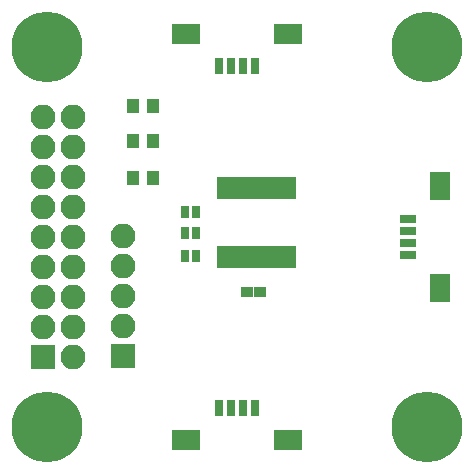
<source format=gbr>
G04 #@! TF.FileFunction,Soldermask,Top*
%FSLAX46Y46*%
G04 Gerber Fmt 4.6, Leading zero omitted, Abs format (unit mm)*
G04 Created by KiCad (PCBNEW 4.0.7) date Tuesday, 19 '19e' June '19e' 2018, 11:34:03*
%MOMM*%
%LPD*%
G01*
G04 APERTURE LIST*
%ADD10C,0.100000*%
%ADD11R,2.100000X2.100000*%
%ADD12O,2.100000X2.100000*%
%ADD13C,6.000000*%
%ADD14R,1.000000X1.200000*%
%ADD15R,0.800000X1.400000*%
%ADD16R,2.400000X1.700000*%
%ADD17R,1.400000X0.800000*%
%ADD18R,1.700000X2.400000*%
%ADD19R,0.800000X1.000000*%
%ADD20R,0.850000X1.850000*%
%ADD21R,1.000000X0.900000*%
G04 APERTURE END LIST*
D10*
D11*
X130710745Y-109789517D03*
D12*
X133250745Y-109789517D03*
X130710745Y-107249517D03*
X133250745Y-107249517D03*
X130710745Y-104709517D03*
X133250745Y-104709517D03*
X130710745Y-102169517D03*
X133250745Y-102169517D03*
X130710745Y-99629517D03*
X133250745Y-99629517D03*
X130710745Y-97089517D03*
X133250745Y-97089517D03*
X130710745Y-94549517D03*
X133250745Y-94549517D03*
X130710745Y-92009517D03*
X133250745Y-92009517D03*
X130710745Y-89469517D03*
X133250745Y-89469517D03*
D13*
X131030745Y-83529517D03*
X163230745Y-83529517D03*
X163230745Y-115729517D03*
D14*
X140020745Y-94609517D03*
X138320745Y-94609517D03*
X140020745Y-91529517D03*
X138320745Y-91529517D03*
X140020745Y-88559517D03*
X138320745Y-88559517D03*
D15*
X145630745Y-114129517D03*
X146630745Y-114129517D03*
X147630745Y-114129517D03*
X148630745Y-114129517D03*
D16*
X142830745Y-116829517D03*
X151430745Y-116829517D03*
D17*
X161640745Y-101129517D03*
X161640745Y-100129517D03*
X161640745Y-99129517D03*
X161640745Y-98129517D03*
D18*
X164340745Y-103929517D03*
X164340745Y-95329517D03*
D11*
X137500745Y-109679517D03*
D12*
X137500745Y-107139517D03*
X137500745Y-104599517D03*
X137500745Y-102059517D03*
X137500745Y-99519517D03*
D15*
X148640745Y-85129517D03*
X147640745Y-85129517D03*
X146640745Y-85129517D03*
X145640745Y-85129517D03*
D16*
X151440745Y-82429517D03*
X142840745Y-82429517D03*
D19*
X142780745Y-101229517D03*
X143680745Y-101229517D03*
X142750745Y-99299517D03*
X143650745Y-99299517D03*
X142780745Y-97529517D03*
X143680745Y-97529517D03*
D20*
X145870745Y-101349517D03*
X146520745Y-101349517D03*
X147170745Y-101349517D03*
X147820745Y-101349517D03*
X148470745Y-101349517D03*
X149120745Y-101349517D03*
X149770745Y-101349517D03*
X150420745Y-101349517D03*
X151070745Y-101349517D03*
X151720745Y-101349517D03*
X151720745Y-95449517D03*
X151070745Y-95449517D03*
X150420745Y-95449517D03*
X149770745Y-95449517D03*
X149120745Y-95449517D03*
X148470745Y-95449517D03*
X147820745Y-95449517D03*
X147170745Y-95449517D03*
X146520745Y-95449517D03*
X145870745Y-95449517D03*
D13*
X131030745Y-115729517D03*
D21*
X147980745Y-104309517D03*
X149080745Y-104309517D03*
M02*

</source>
